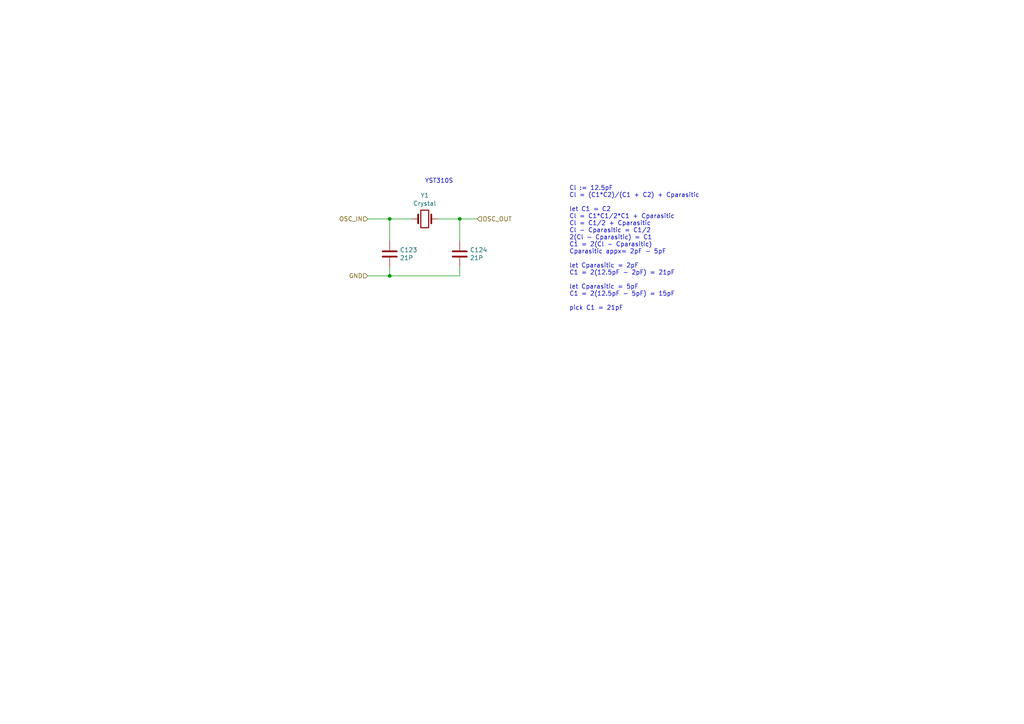
<source format=kicad_sch>
(kicad_sch (version 20211123) (generator eeschema)
  (paper "A4")
  (lib_symbols
    (symbol "Device:C" (pin_numbers hide) (pin_names (offset 0.254))
      (property "Reference" "C" (at 0.635 2.54 0))
      (property "Value" "C" (at 0.635 -2.54 0))
      (symbol "C_0_1"
        (polyline (pts (xy -2.032 -0.762) (xy 2.032 -0.762)) (stroke (width 0.508)))
        (polyline (pts (xy -2.032 0.762) (xy 2.032 0.762)) (stroke (width 0.508)))
      )
      (symbol "C_1_1"
        (pin passive line (at 0 3.81 270) (length 2.794) (name "~") (number "1"))
        (pin passive line (at 0 -3.81 90) (length 2.794) (name "~") (number "2"))
      )
    )
    (symbol "Device:Crystal" (pin_numbers hide) (pin_names (offset 1.016) hide)
      (property "Reference" "Y" (at 0 3.81 0))
      (property "Value" "Crystal" (at 0 -3.81 0))
      (symbol "Crystal_0_1"
        (rectangle (start -1.143 2.54) (end 1.143 -2.54) (stroke (width 0.3048)))
        (polyline (pts (xy -2.54 0) (xy -1.905 0)))
        (polyline (pts (xy -1.905 -1.27) (xy -1.905 1.27)) (stroke (width 0.508)))
        (polyline (pts (xy 1.905 -1.27) (xy 1.905 1.27)) (stroke (width 0.508)))
        (polyline (pts (xy 2.54 0) (xy 1.905 0)))
      )
      (symbol "Crystal_1_1"
        (pin passive line (at -3.81 0 0) (length 1.27) (name "1") (number "1"))
        (pin passive line (at 3.81 0 180) (length 1.27) (name "2") (number "2"))
      )
    )
  )
  (junction (at 113.03 80.01))
  (junction (at 113.03 63.5))
  (junction (at 133.35 63.5))
  (wire (pts (xy 119.38 63.5) (xy 113.03 63.5)))
  (wire (pts (xy 113.03 63.5) (xy 106.68 63.5)))
  (wire (pts (xy 106.68 80.01) (xy 113.03 80.01)))
  (wire (pts (xy 113.03 80.01) (xy 113.03 77.47)))
  (wire (pts (xy 133.35 63.5) (xy 127 63.5)))
  (wire (pts (xy 133.35 80.01) (xy 133.35 77.47)))
  (wire (pts (xy 133.35 69.85) (xy 133.35 63.5)))
  (wire (pts (xy 113.03 80.01) (xy 133.35 80.01)))
  (wire (pts (xy 113.03 63.5) (xy 113.03 69.85)))
  (wire (pts (xy 138.43 63.5) (xy 133.35 63.5)))
  (text "Cl := 12.5pF\nCl = (C1*C2)/(C1 + C2) + Cparasitic\n\nlet C1 = C2\nCl = C1*C1/2*C1 + Cparasitic\nCl = C1/2 + Cparasitic\nCl - Cparasitic = C1/2\n2(Cl - Cparasitic) = C1\nC1 = 2(Cl - Cparasitic)\nCparasitic appx= 2pF - 5pF\n\nlet Cparasitic = 2pF\nC1 = 2(12.5pF - 2pF) = 21pF\n\nlet Cparasitic = 5pF\nC1 = 2(12.5pF - 5pF) = 15pF\n\npick C1 = 21pF" (at 165.1 90.17 0) (effects (font (size 1.27 1.27)) (justify left bottom)))
  (text "YST310S" (at 123.19 53.34 0) (effects (font (size 1.27 1.27)) (justify left bottom)))
  (hierarchical_label "OSC_IN" (shape input) (at 106.68 63.5 180))
  (hierarchical_label "OSC_OUT" (shape input) (at 138.43 63.5 0))
  (hierarchical_label "GND" (shape input) (at 106.68 80.01 180))
  (symbol (lib_id "Device:Crystal") (at 123.19 63.5 0) (unit 1)
    (property "Reference" "Y1" (at 123.19 56.6928 0))
    (property "Value" "Crystal" (at 123.19 59.0042 0))
    (property "Footprint" "Crystal:Crystal_SMD_3215-2Pin_3.2x1.5mm" (effects hide))
  )
  (symbol (lib_id "Device:C") (at 113.03 73.66 0) (unit 1)
    (property "Reference" "C123" (at 115.951 72.4916 0) (effects (justify left)))
    (property "Value" "21P" (at 115.951 74.803 0) (effects (justify left)))
    (property "Footprint" "Capacitor_SMD:C_0402_1005Metric" (effects hide))
  )
  (symbol (lib_id "Device:C") (at 133.35 73.66 0) (unit 1)
    (property "Reference" "C124" (at 136.271 72.4916 0) (effects (justify left)))
    (property "Value" "21P" (at 136.271 74.803 0) (effects (justify left)))
    (property "Footprint" "Capacitor_SMD:C_0402_1005Metric" (effects hide))
  )
)
</source>
